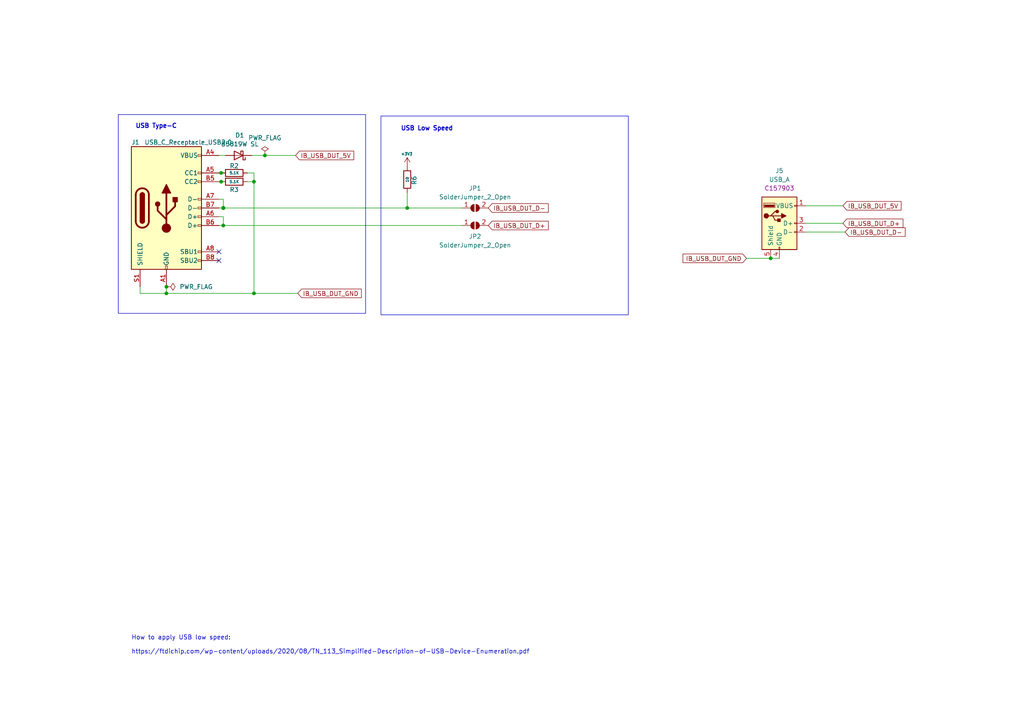
<source format=kicad_sch>
(kicad_sch (version 20230121) (generator eeschema)
  (paper "A4")
  (lib_symbols
    (symbol "00_project_library:USB_A_JLCB" (pin_names (offset 1.016))
      (property "Reference" "J" (at -5.08 11.43 0))
      (property "Value" "USB_A" (at -5.08 8.89 0))
      (property "JLC" "C157903" (at 0 0 0))
      (symbol "USB_A_JLCB_0_1"
        (rectangle (start -5.08 -7.62) (end 5.08 7.62) (stroke (width 0.254)) (fill (type background)))
        (circle (center -3.81 2.159) (radius 0.635) (stroke (width 0.254)) (fill (type outline)))
        (rectangle (start -1.524 4.826) (end -4.318 5.334) (fill (type outline)))
        (rectangle (start -1.27 4.572) (end -4.572 5.842))
        (circle (center -0.635 3.429) (radius 0.381) (stroke (width 0.254)) (fill (type outline)))
        (rectangle (start -0.127 -7.62) (end 0.127 -6.858))
        (polyline (pts (xy -3.175 2.159) (xy -2.54 2.159) (xy -1.27 3.429) (xy -0.635 3.429)) (stroke (width 0.254)))
        (polyline (pts (xy -2.54 2.159) (xy -1.905 2.159) (xy -1.27 0.889) (xy 0 0.889)) (stroke (width 0.254)))
        (polyline (pts (xy 0.635 2.794) (xy 0.635 1.524) (xy 1.905 2.159) (xy 0.635 2.794)) (stroke (width 0.254)) (fill (type outline)))
        (rectangle (start 0.254 1.27) (end -0.508 0.508) (stroke (width 0.254)) (fill (type outline)))
        (rectangle (start 5.08 -2.667) (end 4.318 -2.413))
        (rectangle (start 5.08 -0.127) (end 4.318 0.127))
        (rectangle (start 5.08 4.953) (end 4.318 5.207))
      )
      (symbol "USB_A_JLCB_1_1"
        (polyline (pts (xy -1.905 2.159) (xy 0.635 2.159)) (stroke (width 0.254)))
        (pin power_in line (at 7.62 5.08 180) (length 2.54) (name "VBUS") (number "1"))
        (pin bidirectional line (at 7.62 -2.54 180) (length 2.54) (name "D-") (number "2"))
        (pin bidirectional line (at 7.62 0 180) (length 2.54) (name "D+") (number "3"))
        (pin power_in line (at 0 -10.16 90) (length 2.54) (name "GND") (number "4"))
        (pin passive line (at -2.54 -10.16 90) (length 2.54) (name "Shield") (number "5"))
      )
    )
    (symbol "00_project_library:USB_C_Receptacle_USB2.0" (pin_names (offset 1.016))
      (property "Reference" "J" (at -10.16 19.05 0))
      (property "Value" "USB_C_Receptacle_USB2.0" (at 19.05 19.05 0))
      (symbol "USB_C_Receptacle_USB2.0_0_0"
        (rectangle (start -0.254 -17.78) (end 0.254 -16.764))
        (rectangle (start 10.16 -14.986) (end 9.144 -15.494))
        (rectangle (start 10.16 -12.446) (end 9.144 -12.954))
        (rectangle (start 10.16 -4.826) (end 9.144 -5.334))
        (rectangle (start 10.16 -2.286) (end 9.144 -2.794))
        (rectangle (start 10.16 0.254) (end 9.144 -0.254))
        (rectangle (start 10.16 2.794) (end 9.144 2.286))
        (rectangle (start 10.16 7.874) (end 9.144 7.366))
        (rectangle (start 10.16 10.414) (end 9.144 9.906))
        (rectangle (start 10.16 15.494) (end 9.144 14.986))
      )
      (symbol "USB_C_Receptacle_USB2.0_0_1"
        (rectangle (start -10.16 17.78) (end 10.16 -17.78) (stroke (width 0.254)) (fill (type background)))
        (arc (start -8.89 -3.81) (mid -6.985 -5.7067) (end -5.08 -3.81) (stroke (width 0.508)))
        (arc (start -7.62 -3.81) (mid -6.985 -4.4423) (end -6.35 -3.81) (stroke (width 0.254)))
        (arc (start -7.62 -3.81) (mid -6.985 -4.4423) (end -6.35 -3.81) (stroke (width 0.254)) (fill (type outline)))
        (rectangle (start -7.62 3.81) (end -6.35 -3.81) (stroke (width 0.254)) (fill (type outline)))
        (arc (start -6.35 3.81) (mid -6.985 4.4423) (end -7.62 3.81) (stroke (width 0.254)))
        (arc (start -6.35 3.81) (mid -6.985 4.4423) (end -7.62 3.81) (stroke (width 0.254)) (fill (type outline)))
        (arc (start -5.08 3.81) (mid -6.985 5.7067) (end -8.89 3.81) (stroke (width 0.508)))
        (circle (center -2.54 1.143) (radius 0.635) (stroke (width 0.254)) (fill (type outline)))
        (circle (center 0 -5.842) (radius 1.27) (fill (type outline)))
        (polyline (pts (xy -8.89 -3.81) (xy -8.89 3.81)) (stroke (width 0.508)))
        (polyline (pts (xy -5.08 3.81) (xy -5.08 -3.81)) (stroke (width 0.508)))
        (polyline (pts (xy 0 -5.842) (xy 0 4.318)) (stroke (width 0.508)))
        (polyline (pts (xy 0 -3.302) (xy -2.54 -0.762) (xy -2.54 0.508)) (stroke (width 0.508)))
        (polyline (pts (xy 0 -2.032) (xy 2.54 0.508) (xy 2.54 1.778)) (stroke (width 0.508)))
        (polyline (pts (xy -1.27 4.318) (xy 0 6.858) (xy 1.27 4.318) (xy -1.27 4.318)) (stroke (width 0.254)) (fill (type outline)))
        (rectangle (start 1.905 1.778) (end 3.175 3.048) (stroke (width 0.254)) (fill (type outline)))
      )
      (symbol "USB_C_Receptacle_USB2.0_1_1"
        (pin passive line (at 0 -22.86 90) (length 5.08) (name "GND") (number "A1"))
        (pin passive line (at 0 -22.86 90) (length 5.08) hide (name "GND") (number "A12"))
        (pin passive line (at 15.24 15.24 180) (length 5.08) (name "VBUS") (number "A4"))
        (pin bidirectional line (at 15.24 10.16 180) (length 5.08) (name "CC1") (number "A5"))
        (pin bidirectional line (at 15.24 -2.54 180) (length 5.08) (name "D+") (number "A6"))
        (pin bidirectional line (at 15.24 2.54 180) (length 5.08) (name "D-") (number "A7"))
        (pin bidirectional line (at 15.24 -12.7 180) (length 5.08) (name "SBU1") (number "A8"))
        (pin passive line (at 15.24 15.24 180) (length 5.08) hide (name "VBUS") (number "A9"))
        (pin passive line (at 0 -22.86 90) (length 5.08) hide (name "GND") (number "B1"))
        (pin passive line (at 0 -22.86 90) (length 5.08) hide (name "GND") (number "B12"))
        (pin passive line (at 15.24 15.24 180) (length 5.08) hide (name "VBUS") (number "B4"))
        (pin bidirectional line (at 15.24 7.62 180) (length 5.08) (name "CC2") (number "B5"))
        (pin bidirectional line (at 15.24 -5.08 180) (length 5.08) (name "D+") (number "B6"))
        (pin bidirectional line (at 15.24 0 180) (length 5.08) (name "D-") (number "B7"))
        (pin bidirectional line (at 15.24 -15.24 180) (length 5.08) (name "SBU2") (number "B8"))
        (pin passive line (at 15.24 15.24 180) (length 5.08) hide (name "VBUS") (number "B9"))
        (pin passive line (at -7.62 -22.86 90) (length 5.08) (name "SHIELD") (number "S1"))
      )
    )
    (symbol "Device:D_Schottky" (pin_numbers hide) (pin_names (offset 1.016) hide)
      (property "Reference" "D" (at 0 2.54 0))
      (property "Value" "D_Schottky" (at 0 -2.54 0))
      (symbol "D_Schottky_0_1"
        (polyline (pts (xy 1.27 0) (xy -1.27 0)))
        (polyline (pts (xy 1.27 1.27) (xy 1.27 -1.27) (xy -1.27 0) (xy 1.27 1.27)) (stroke (width 0.254)))
        (polyline (pts (xy -1.905 0.635) (xy -1.905 1.27) (xy -1.27 1.27) (xy -1.27 -1.27) (xy -0.635 -1.27) (xy -0.635 -0.635)) (stroke (width 0.254)))
      )
      (symbol "D_Schottky_1_1"
        (pin passive line (at -3.81 0 0) (length 2.54) (name "K") (number "1"))
        (pin passive line (at 3.81 0 180) (length 2.54) (name "A") (number "2"))
      )
    )
    (symbol "Device:R" (pin_numbers hide) (pin_names (offset 0))
      (property "Reference" "R" (at 2.032 0 90))
      (property "Value" "R" (at 0 0 90))
      (symbol "R_0_1"
        (rectangle (start -1.016 -2.54) (end 1.016 2.54) (stroke (width 0.254)))
      )
      (symbol "R_1_1"
        (pin passive line (at 0 3.81 270) (length 1.27) (name "~") (number "1"))
        (pin passive line (at 0 -3.81 90) (length 1.27) (name "~") (number "2"))
      )
    )
    (symbol "Jumper:SolderJumper_2_Open" (pin_names (offset 0) hide)
      (property "Reference" "JP" (at 0 2.032 0))
      (property "Value" "SolderJumper_2_Open" (at 0 -2.54 0))
      (symbol "SolderJumper_2_Open_0_1"
        (arc (start -0.254 1.016) (mid -1.2656 0) (end -0.254 -1.016))
        (arc (start -0.254 1.016) (mid -1.2656 0) (end -0.254 -1.016) (fill (type outline)))
        (polyline (pts (xy -0.254 1.016) (xy -0.254 -1.016)))
        (polyline (pts (xy 0.254 1.016) (xy 0.254 -1.016)))
        (arc (start 0.254 -1.016) (mid 1.2656 0) (end 0.254 1.016))
        (arc (start 0.254 -1.016) (mid 1.2656 0) (end 0.254 1.016) (fill (type outline)))
      )
      (symbol "SolderJumper_2_Open_1_1"
        (pin passive line (at -3.81 0 0) (length 2.54) (name "A") (number "1"))
        (pin passive line (at 3.81 0 180) (length 2.54) (name "B") (number "2"))
      )
    )
    (symbol "power:+3V3" (power) (pin_names (offset 0))
      (property "Value" "+3V3" (at 0 3.556 0))
      (symbol "+3V3_0_1"
        (polyline (pts (xy -0.762 1.27) (xy 0 2.54)))
        (polyline (pts (xy 0 0) (xy 0 2.54)))
        (polyline (pts (xy 0 2.54) (xy 0.762 1.27)))
      )
      (symbol "+3V3_1_1"
        (pin power_in line (at 0 0 90) (length 0) hide (name "+3V3") (number "1"))
      )
    )
    (symbol "power:PWR_FLAG" (power) (pin_numbers hide) (pin_names (offset 0) hide)
      (property "Value" "PWR_FLAG" (at 0 3.81 0))
      (symbol "PWR_FLAG_0_0"
        (pin power_out line (at 0 0 90) (length 0) (name "pwr") (number "1"))
      )
      (symbol "PWR_FLAG_0_1"
        (polyline (pts (xy 0 0) (xy 0 1.27) (xy -1.016 1.905) (xy 0 2.54) (xy 1.016 1.905) (xy 0 1.27)))
      )
    )
  )
  (junction (at 73.66 85.09))
  (junction (at 73.66 52.705))
  (junction (at 76.835 45.085))
  (junction (at 48.26 83.185))
  (junction (at 118.11 60.325))
  (junction (at 64.135 50.165))
  (junction (at 64.77 60.325) (diameter 1.016))
  (junction (at 48.26 85.09))
  (junction (at 223.52 74.93))
  (junction (at 64.135 52.705))
  (junction (at 64.77 65.405))
  (no_connect (at 63.5 75.565))
  (no_connect (at 63.5 73.025))
  (wire (pts (xy 64.77 65.405) (xy 64.77 62.865)))
  (wire (pts (xy 64.135 52.705) (xy 63.5 52.705)))
  (wire (pts (xy 64.135 52.705) (xy 64.77 52.705)))
  (wire (pts (xy 63.5 45.085) (xy 65.405 45.085)))
  (wire (pts (xy 64.77 57.785) (xy 64.77 60.325)))
  (wire (pts (xy 63.5 65.405) (xy 64.77 65.405)))
  (wire (pts (xy 63.5 62.865) (xy 64.77 62.865)))
  (wire (pts (xy 86.36 85.09) (xy 73.66 85.09)))
  (wire (pts (xy 64.77 65.405) (xy 133.985 65.405)))
  (wire (pts (xy 64.135 50.165) (xy 63.5 50.165)))
  (wire (pts (xy 73.66 50.165) (xy 73.66 52.705)))
  (wire (pts (xy 73.025 45.085) (xy 76.835 45.085)))
  (wire (pts (xy 71.755 50.165) (xy 73.66 50.165)))
  (wire (pts (xy 63.5 57.785) (xy 64.77 57.785)))
  (wire (pts (xy 40.64 85.09) (xy 48.26 85.09)))
  (wire (pts (xy 64.77 60.325) (xy 118.11 60.325)))
  (wire (pts (xy 85.725 45.085) (xy 76.835 45.085)))
  (wire (pts (xy 73.66 52.705) (xy 71.755 52.705)))
  (wire (pts (xy 245.11 67.31) (xy 233.68 67.31)))
  (wire (pts (xy 244.475 64.77) (xy 233.68 64.77)))
  (wire (pts (xy 73.66 85.09) (xy 73.66 52.705)))
  (wire (pts (xy 223.52 74.93) (xy 216.535 74.93)))
  (wire (pts (xy 40.64 83.185) (xy 40.64 85.09)))
  (wire (pts (xy 73.66 85.09) (xy 48.26 85.09)))
  (wire (pts (xy 244.475 59.69) (xy 233.68 59.69)))
  (wire (pts (xy 118.11 55.88) (xy 118.11 60.325)))
  (wire (pts (xy 64.135 50.165) (xy 64.77 50.165)))
  (wire (pts (xy 118.11 60.325) (xy 133.985 60.325)))
  (wire (pts (xy 223.52 74.93) (xy 226.06 74.93)))
  (wire (pts (xy 48.26 85.09) (xy 48.26 83.185)))
  (wire (pts (xy 63.5 60.325) (xy 64.77 60.325)))
  (rectangle (start 110.49 33.655) (end 182.2354 91.313))
  (rectangle (start 34.2996 33.2254) (end 106.045 90.8834))
  (text "USB Type-C" (at 39.2526 37.4164 0) (effects (font (size 1.27 1.27) (thickness 0.254) bold) (justify left bottom)))
  (text "USB Low Speed" (at 116.205 38.1 0) (effects (font (size 1.27 1.27) (thickness 0.254) bold) (justify left bottom)))
  (text "How to apply USB low speed:\n\nhttps://ftdichip.com/wp-content/uploads/2020/08/TN_113_Simplified-Description-of-USB-Device-Enumeration.pdf" (at 38.1 189.865 0) (effects (font (size 1.27 1.27)) (justify left bottom)))
  (global_label "IB_USB_DUT_5V" (shape input) (at 85.725 45.085 0) (property "Intersheetrefs" "${INTERSHEET_REFS}" (effects hide)))
  (global_label "IB_USB_DUT_GND" (shape input) (at 216.535 74.93 180) (property "Intersheetrefs" "${INTERSHEET_REFS}" (effects hide)))
  (global_label "IB_USB_DUT_D+" (shape input) (at 244.475 64.77 0) (property "Intersheetrefs" "${INTERSHEET_REFS}" (effects hide)))
  (global_label "IB_USB_DUT_D-" (shape input) (at 141.605 60.325 0) (property "Intersheetrefs" "${INTERSHEET_REFS}" (effects hide)))
  (global_label "IB_USB_DUT_D-" (shape input) (at 245.11 67.31 0) (property "Intersheetrefs" "${INTERSHEET_REFS}" (effects hide)))
  (global_label "IB_USB_DUT_5V" (shape input) (at 244.475 59.69 0) (property "Intersheetrefs" "${INTERSHEET_REFS}" (effects hide)))
  (global_label "IB_USB_DUT_GND" (shape input) (at 86.36 85.09 0) (property "Intersheetrefs" "${INTERSHEET_REFS}" (effects hide)))
  (global_label "IB_USB_DUT_D+" (shape input) (at 141.605 65.405 0) (property "Intersheetrefs" "${INTERSHEET_REFS}" (effects hide)))
  (symbol (lib_id "power:+3V3") (at 118.11 48.26 0) (unit 1)
    (property "Reference" "#PWR03" (effects hide))
    (property "Value" "+3V3" (at 117.983 44.6278 0) (effects (font (size 0.8 0.8))))
    (instances (project "pcb_kicad" (path "" (reference "#PWR03") (unit 1)) (path "" (reference "#PWR0920") (unit 1)) (path "" (reference "#PWR07") (unit 1))))
  )
  (symbol (lib_id "Device:R") (at 67.945 52.705 90) (unit 1)
    (property "Reference" "R3" (at 67.945 54.991 90))
    (property "Value" "5.1K" (at 67.945 52.705 90) (effects (font (size 0.8 0.8))))
    (property "Footprint" "Resistor_SMD:R_0402_1005Metric_Pad0.72x0.64mm_HandSolder" (effects hide))
    (instances (project "pcb_kicad" (path "" (reference "R3") (unit 1)) (path "" (reference "R902") (unit 1)) (path "" (reference "R3") (unit 1))))
  )
  (symbol (lib_id "Device:R") (at 118.11 52.07 180) (unit 1)
    (property "Reference" "R6" (at 120.142 52.324 90))
    (property "Value" "10" (at 118.11 52.07 90) (effects (font (size 0.8 0.8))))
    (property "Footprint" "Resistor_SMD:R_0402_1005Metric_Pad0.72x0.64mm_HandSolder" (effects hide))
    (instances (project "pcb_kicad" (path "" (reference "R6") (unit 1)) (path "" (reference "R905") (unit 1)) (path "" (reference "R4") (unit 1))))
  )
  (symbol (lib_id "power:PWR_FLAG") (at 48.26 83.185 270) (unit 1)
    (property "Reference" "#FLG01" (effects hide))
    (property "Value" "PWR_FLAG" (at 52.07 83.185 90) (effects (justify left)))
    (instances (project "pcb_kicad" (path "" (reference "#FLG01") (unit 1)) (path "" (reference "#FLG0901") (unit 1)) (path "" (reference "#FLG01") (unit 1))))
  )
  (symbol (lib_id "00_project_library:USB_A_JLCB") (at 226.06 64.77 0) (unit 1)
    (property "Reference" "J5" (at 226.06 49.53 0))
    (property "Value" "USB_A" (at 226.06 52.07 0))
    (property "Footprint" "00_project_library:USB_A_Molex_67643_Horizontal_with_solder_tab" (effects hide))
    (property "Datasheet" "https://datasheet.lcsc.com/lcsc/2304140030_JST-UBA-4R-D14T-4D-LF-SN_C157903.pdf" (effects hide))
    (property "JLC" "C157903" (at 226.06 54.61 0))
  )
  (symbol (lib_id "power:PWR_FLAG") (at 76.835 45.085 0) (unit 1)
    (property "Reference" "#FLG02" (effects hide))
    (property "Value" "PWR_FLAG" (at 76.835 40.005 0))
    (instances (project "pcb_kicad" (path "" (reference "#FLG02") (unit 1)) (path "" (reference "#FLG0902") (unit 1)) (path "" (reference "#FLG02") (unit 1))))
  )
  (symbol (lib_id "00_project_library:USB_C_Receptacle_USB2.0") (at 48.26 60.325 0) (unit 1)
    (property "Reference" "J1" (at 38.1 41.275 0) (effects (justify left)))
    (property "Value" "USB_C_Receptacle_USB2.0" (at 67.31 41.275 0) (effects (justify right)))
    (property "Footprint" "00_project_library:USB_C_Receptacle_Palconn_UTC16-G" (effects hide))
    (property "Datasheet" "https://www.usb.org/sites/default/files/documents/usb_type-c.zip" (effects hide))
    (property "JLC" "C165948" (effects hide))
    (property "DigiKey" "https://www.digikey.com/en/products/detail/gct/USB4105-GF-A/11198441" (effects hide))
    (property "Digikey" "https://www.digikey.com/en/products/detail/gct/USB4105-GF-A/11198441" (effects hide))
    (instances (project "pcb_kicad" (path "" (reference "J1") (unit 1)) (path "" (reference "J901") (unit 1)) (path "" (reference "J1") (unit 1))))
  )
  (symbol (lib_id "Device:R") (at 67.945 50.165 90) (unit 1)
    (property "Reference" "R2" (at 67.945 48.133 90))
    (property "Value" "5.1K" (at 67.945 50.165 90) (effects (font (size 0.8 0.8))))
    (property "Footprint" "Resistor_SMD:R_0402_1005Metric_Pad0.72x0.64mm_HandSolder" (effects hide))
    (instances (project "pcb_kicad" (path "" (reference "R2") (unit 1)) (path "" (reference "R901") (unit 1)) (path "" (reference "R2") (unit 1))))
  )
  (symbol (lib_id "Device:D_Schottky") (at 69.215 45.085 180) (unit 1)
    (property "Reference" "D1" (at 69.5325 39.243 0))
    (property "Value" "B5819W SL" (at 69.5325 41.783 0))
    (property "Footprint" "Diode_SMD:D_SOD-123" (effects hide))
    (property "Datasheet" "https://datasheet.lcsc.com/lcsc/2304140030_Jiangsu-Changjing-Electronics-Technology-Co---Ltd--B5819W-SL_C8598.pdf" (effects hide))
    (property "JLC" "C8598" (effects hide))
    (instances (project "pcb_kicad" (path "" (reference "D1") (unit 1)) (path "" (reference "D904") (unit 1)) (path "" (reference "D1") (unit 1))))
  )
  (symbol (lib_id "Jumper:SolderJumper_2_Open") (at 137.795 60.325 0) (unit 1)
    (property "Reference" "JP1" (at 137.795 54.61 0))
    (property "Value" "SolderJumper_2_Open" (at 137.795 57.15 0))
  )
  (symbol (lib_id "Jumper:SolderJumper_2_Open") (at 137.795 65.405 0) (unit 1)
    (property "Reference" "JP2" (at 137.795 68.58 0))
    (property "Value" "SolderJumper_2_Open" (at 137.795 71.12 0))
  )
)
</source>
